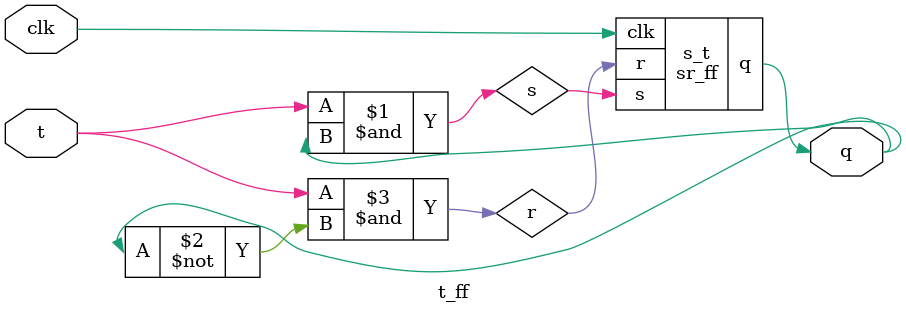
<source format=v>
module sr_ff(s,r,clk,q);
input wire s,r,clk;
output reg q;

always@(posedge clk)begin
	if(s==1 && r==0)begin 
		q<=1;
	end
	else if(s==0 && r==1)begin 
		q<=0;
	end
end

endmodule

module t_ff(t,clk,q);
input wire  t,clk;
output reg q;

wire s,r;


and g1(s,t,q);
and g2(r,t,(~q));
sr_ff s_t(.s(s),.r(r),.clk(clk),.q(q));
endmodule

</source>
